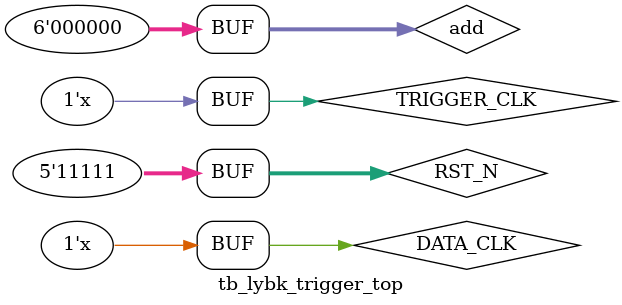
<source format=v>
`timescale 1ns / 1ps


module tb_lybk_trigger_top();

      reg        DATA_CLK;
      reg        TRIGGER_CLK;
      reg [4:0]  RST_N;
      reg        EN;
      reg [7:0]  ZKBK_TASK_ID;
      reg        ZKBK_TRIGGER;
      reg [7:0]  B_CIRCLE_AMOUNT;
      reg [7:0]  TASK_ID;
      reg [14:0] FPGA_ID;
      reg [63:0] S_CIRCLE_DATA;

      reg [14:0] FPGA_READY;
      reg [74:0] FPGA_READY_VALID;
      
      wire [14:0] TRIGGER_OUT;
      wire [74:0] FPGA_TRIGGER_VALID;
      wire [74:0] READY_STATE;
      wire [19:0] B_CIRCLE_ID;

      wire        SEND_ERROR;
      wire  [4:0] READY_ERROR;
      wire  [4:0] TRIGGER_SUCCESS;
      wire  [4:0] TRIGGER_FAILURE;
     
      wire  [4:0]  TO_ZKBK_TASK_ID;
      wire         TO_ZKBK_READY;
      wire         TO_ZKBK_VALID;    

      reg    [9:0]  cnt;
      reg    [5:0]  add;


initial begin
	DATA_CLK = 0;
	TRIGGER_CLK = 0;
	RST_N <= 5'b11111;
  EN <= 0;
	cnt <= 0;
	add <= 0;
	ZKBK_TRIGGER = 0;
	FPGA_READY = 0;
  #10 RST_N <= 5'b00000;
  #10 RST_N <= 5'b11111;
end

always #5 DATA_CLK = ~DATA_CLK;
always #50 TRIGGER_CLK = ~TRIGGER_CLK;

always @(posedge DATA_CLK)
   if (&cnt) begin
       cnt <= cnt;
   end else 
   cnt <= cnt + 1;

always @(posedge DATA_CLK)begin
	if (cnt == 10) begin
		EN <= 1;
		S_CIRCLE_DATA <= {16'd10 + add,16'd100 + add,16'd15 + add,16'd50 + add};//大循环1.2 
		TASK_ID <= 1 + add;//任务ID
		FPGA_ID <= 15'b101_0010_1000_1000;
		B_CIRCLE_AMOUNT <= 8'd5;//大循环数量5
  end else if (cnt == 11) begin
	    S_CIRCLE_DATA <= {16'd5 + add,16'd155 + add,16'd9 + add,16'd50 + add};//大循环3.4
	end else if (cnt == 12) begin
		S_CIRCLE_DATA <= {16'd0,16'd0,16'd25 + add,16'd125 + add};//大循环5
	end else if (cnt == 13) begin
		EN <= 0;
	end else if (cnt == 50) begin
		FPGA_READY <= 15'b101_0010_0000_0000;
		FPGA_READY_VALID <= {5'd1,5'd0,5'd1,10'd0,5'd1,5'd0,5'd1,15'd0,5'd1,15'd0};
	end else if (cnt == 60) begin
		FPGA_READY_VALID <= {5'd3,5'd0,5'd3,10'd0,5'd3,5'd0,5'd3,15'd0,5'd3,15'd0};
    FPGA_READY <= 15'b101_0010_1000_1000;
	end else if (cnt == 70) begin
		FPGA_READY_VALID <= {5'd19,5'd0,5'd19,10'd0,5'd19,5'd0,5'd19,15'd0,5'd19,15'd0};
    FPGA_READY <= 15'b101_0010_1000_1000;
	end else if (cnt == 100) begin
    ZKBK_TRIGGER <= 1;
    ZKBK_TASK_ID <= 1 + add;
  end else if (cnt == 110) begin
    ZKBK_TRIGGER <= 0;
  end 
end



lybk_trigger_top lybk_trigger_top_inst(
        .DATA_CLK(DATA_CLK),      
        .TRIGGER_CLK(TRIGGER_CLK),
        .RST_N(RST_N),
        .EN(EN),
        .ZKBK_TASK_ID(ZKBK_TASK_ID),
        .ZKBK_TRIGGER(ZKBK_TRIGGER),
        .B_CIRCLE_AMOUNT(B_CIRCLE_AMOUNT),
        .TASK_ID(TASK_ID),     
        .FPGA_ID(FPGA_ID),         
        .S_CIRCLE_DATA(S_CIRCLE_DATA),         
        
        .FPGA_READY(FPGA_READY),
        .FPGA_READY_VALID(FPGA_READY_VALID),
        .TRIGGER_OUT(TRIGGER_OUT),
        .FPGA_TRIGGER_VALID(FPGA_TRIGGER_VALID),
        .READY_STATE(READY_STATE),//所有模块的就绪状态
        .B_CIRCLE_ID(B_CIRCLE_ID),//所有模块的大循环编号

        .SEND_ERROR(SEND_ERROR),//任务下发错误反馈 
        .READY_ERROR(READY_ERROR),//就绪错误反馈
        .TRIGGER_SUCCESS(TRIGGER_SUCCESS),//中控触发成功
        .TRIGGER_FAILURE(TRIGGER_FAILURE),//中控触发失败

        .TO_ZKBK_TASK_ID(TO_ZKBK_TASK_ID),//触发模块就绪掩码
        .TO_ZKBK_READY(TO_ZKBK_READY),
        .TO_ZKBK_VALID(TO_ZKBK_VALID) 
    );
endmodule

</source>
